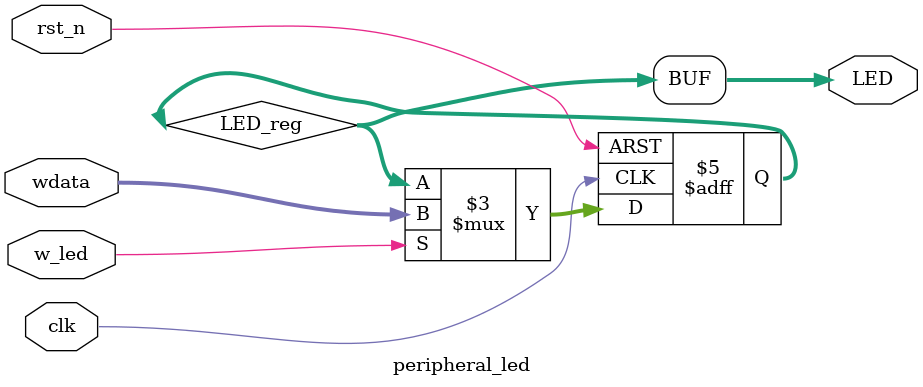
<source format=sv>
module peripheral_led(rst_n, clk, LED, wdata, w_led);
    input logic rst_n, clk, w_led;
    input logic [9:0] wdata;
    output logic [9:0] LED;


    reg [9:0] LED_reg;

    assign LED = LED_reg;

    always_ff @(posedge clk, negedge rst_n)
        if(~rst_n)
            LED_reg <= 0;
        else if(w_led) //update on w_led signal
            LED_reg <= wdata[9:0];
endmodule
</source>
